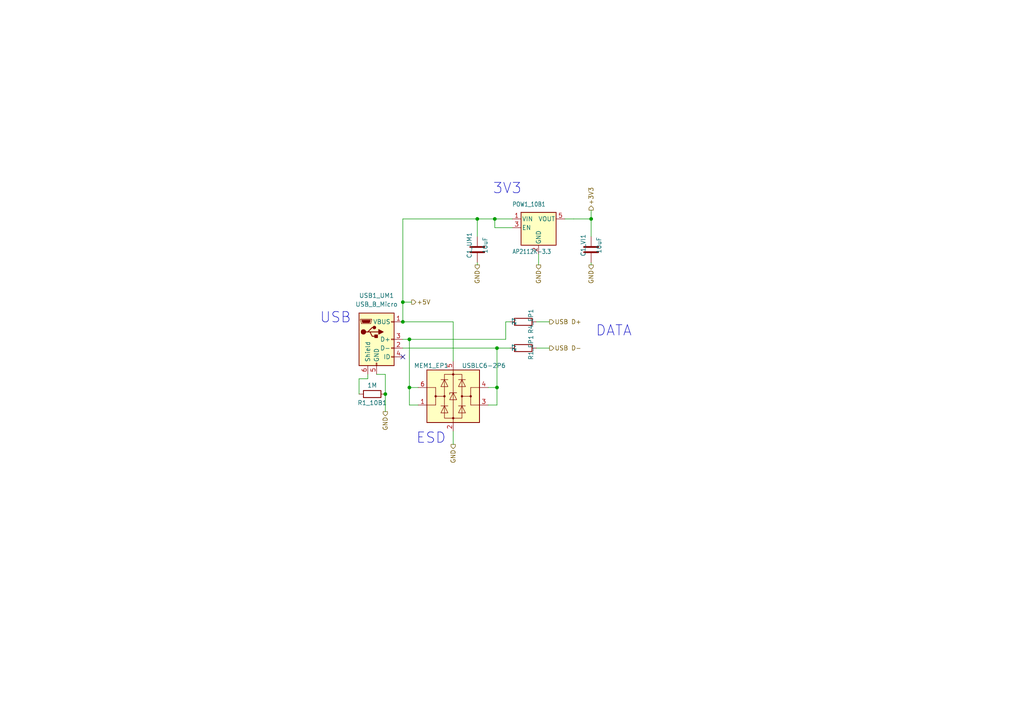
<source format=kicad_sch>
(kicad_sch (version 20230121) (generator eeschema)
  (paper "A4")
  (title_block (title "USB Micro B and 3V3 Power") (comment 1 "From https://github.com/gregdavill/advent-calendar-of-circuits-2020 (CERN-OHL-P-2.0)") (comment 2 "and https://github.com/sqfmi/beepy-hardware"))
  (lib_symbols
    (symbol "Connector:USB_B_Micro" (pin_names (offset 1.016))
      (property "Reference" "J" (at -5.08 11.43 0))
      (property "Value" "USB_B_Micro" (at -5.08 8.89 0))
      (symbol "USB_B_Micro_0_1"
        (rectangle (start -5.08 -7.62) (end 5.08 7.62) (stroke (width 0.254)) (fill (type background)))
        (circle (center -3.81 2.159) (radius 0.635) (stroke (width 0.254)) (fill (type outline)))
        (circle (center -0.635 3.429) (radius 0.381) (stroke (width 0.254)) (fill (type outline)))
        (rectangle (start -0.127 -7.62) (end 0.127 -6.858))
        (polyline (pts (xy -1.905 2.159) (xy 0.635 2.159)) (stroke (width 0.254)))
        (polyline (pts (xy -3.175 2.159) (xy -2.54 2.159) (xy -1.27 3.429) (xy -0.635 3.429)) (stroke (width 0.254)))
        (polyline (pts (xy -2.54 2.159) (xy -1.905 2.159) (xy -1.27 0.889) (xy 0 0.889)) (stroke (width 0.254)))
        (polyline (pts (xy 0.635 2.794) (xy 0.635 1.524) (xy 1.905 2.159) (xy 0.635 2.794)) (stroke (width 0.254)) (fill (type outline)))
        (polyline (pts (xy -4.318 5.588) (xy -1.778 5.588) (xy -2.032 4.826) (xy -4.064 4.826) (xy -4.318 5.588)) (fill (type outline)))
        (polyline (pts (xy -4.699 5.842) (xy -4.699 5.588) (xy -4.445 4.826) (xy -4.445 4.572) (xy -1.651 4.572) (xy -1.651 4.826) (xy -1.397 5.588) (xy -1.397 5.842) (xy -4.699 5.842)))
        (rectangle (start 0.254 1.27) (end -0.508 0.508) (stroke (width 0.254)) (fill (type outline)))
        (rectangle (start 5.08 -5.207) (end 4.318 -4.953))
        (rectangle (start 5.08 -2.667) (end 4.318 -2.413))
        (rectangle (start 5.08 -0.127) (end 4.318 0.127))
        (rectangle (start 5.08 4.953) (end 4.318 5.207))
      )
      (symbol "USB_B_Micro_1_1"
        (pin power_out line (at 7.62 5.08 180) (length 2.54) (name "VBUS") (number "1"))
        (pin bidirectional line (at 7.62 -2.54 180) (length 2.54) (name "D-") (number "2"))
        (pin bidirectional line (at 7.62 0 180) (length 2.54) (name "D+") (number "3"))
        (pin passive line (at 7.62 -5.08 180) (length 2.54) (name "ID") (number "4"))
        (pin power_out line (at 0 -10.16 90) (length 2.54) (name "GND") (number "5"))
        (pin passive line (at -2.54 -10.16 90) (length 2.54) (name "Shield") (number "6"))
      )
    )
    (symbol "Device:C" (pin_numbers hide) (pin_names (offset 0.254))
      (property "Reference" "C" (at 0.635 2.54 0))
      (property "Value" "C" (at 0.635 -2.54 0))
      (symbol "C_0_1"
        (polyline (pts (xy -2.032 -0.762) (xy 2.032 -0.762)) (stroke (width 0.508)))
        (polyline (pts (xy -2.032 0.762) (xy 2.032 0.762)) (stroke (width 0.508)))
      )
      (symbol "C_1_1"
        (pin passive line (at 0 3.81 270) (length 2.794) (name "~") (number "1"))
        (pin passive line (at 0 -3.81 90) (length 2.794) (name "~") (number "2"))
      )
    )
    (symbol "Device:R" (pin_numbers hide) (pin_names (offset 0))
      (property "Reference" "R" (at 2.032 0 90))
      (property "Value" "R" (at 0 0 90))
      (symbol "R_0_1"
        (rectangle (start -1.016 -2.54) (end 1.016 2.54) (stroke (width 0.254)))
      )
      (symbol "R_1_1"
        (pin passive line (at 0 3.81 270) (length 1.27) (name "~") (number "1"))
        (pin passive line (at 0 -3.81 90) (length 1.27) (name "~") (number "2"))
      )
    )
    (symbol "Power_Protection:USBLC6-2P6" (pin_names hide)
      (property "Reference" "U" (at 2.54 8.89 0))
      (property "Value" "USBLC6-2P6" (at 2.54 -8.89 0))
      (symbol "USBLC6-2P6_0_1"
        (rectangle (start -7.62 -7.62) (end 7.62 7.62) (stroke (width 0.254)) (fill (type background)))
        (circle (center -5.08 0) (radius 0.254) (fill (type outline)))
        (circle (center -2.54 0) (radius 0.254) (fill (type outline)))
        (rectangle (start -2.54 6.35) (end 2.54 -6.35))
        (circle (center 0 -6.35) (radius 0.254) (fill (type outline)))
        (polyline (pts (xy -5.08 -2.54) (xy -7.62 -2.54)))
        (polyline (pts (xy -5.08 0) (xy -5.08 -2.54)))
        (polyline (pts (xy -5.08 2.54) (xy -7.62 2.54)))
        (polyline (pts (xy -1.524 -2.794) (xy -3.556 -2.794)))
        (polyline (pts (xy -1.524 4.826) (xy -3.556 4.826)))
        (polyline (pts (xy 0 -7.62) (xy 0 -6.35)))
        (polyline (pts (xy 0 -6.35) (xy 0 1.27)))
        (polyline (pts (xy 0 1.27) (xy 0 6.35)))
        (polyline (pts (xy 0 6.35) (xy 0 7.62)))
        (polyline (pts (xy 1.524 -2.794) (xy 3.556 -2.794)))
        (polyline (pts (xy 1.524 4.826) (xy 3.556 4.826)))
        (polyline (pts (xy 5.08 -2.54) (xy 7.62 -2.54)))
        (polyline (pts (xy 5.08 0) (xy 5.08 -2.54)))
        (polyline (pts (xy 5.08 2.54) (xy 7.62 2.54)))
        (polyline (pts (xy -2.54 0) (xy -5.08 0) (xy -5.08 2.54)))
        (polyline (pts (xy 2.54 0) (xy 5.08 0) (xy 5.08 2.54)))
        (polyline (pts (xy -3.556 -4.826) (xy -1.524 -4.826) (xy -2.54 -2.794) (xy -3.556 -4.826)))
        (polyline (pts (xy -3.556 2.794) (xy -1.524 2.794) (xy -2.54 4.826) (xy -3.556 2.794)))
        (polyline (pts (xy -1.016 -1.016) (xy 1.016 -1.016) (xy 0 1.016) (xy -1.016 -1.016)))
        (polyline (pts (xy 1.016 1.016) (xy 0.762 1.016) (xy -1.016 1.016) (xy -1.016 0.508)))
        (polyline (pts (xy 3.556 -4.826) (xy 1.524 -4.826) (xy 2.54 -2.794) (xy 3.556 -4.826)))
        (polyline (pts (xy 3.556 2.794) (xy 1.524 2.794) (xy 2.54 4.826) (xy 3.556 2.794)))
        (circle (center 0 6.35) (radius 0.254) (fill (type outline)))
        (circle (center 2.54 0) (radius 0.254) (fill (type outline)))
        (circle (center 5.08 0) (radius 0.254) (fill (type outline)))
      )
      (symbol "USBLC6-2P6_1_1"
        (pin passive line (at -10.16 -2.54 0) (length 2.54) (name "I/O1") (number "1"))
        (pin passive line (at 0 -10.16 90) (length 2.54) (name "GND") (number "2"))
        (pin passive line (at 10.16 -2.54 180) (length 2.54) (name "I/O2") (number "3"))
        (pin passive line (at 10.16 2.54 180) (length 2.54) (name "I/O2") (number "4"))
        (pin passive line (at 0 10.16 270) (length 2.54) (name "VBUS") (number "5"))
        (pin passive line (at -10.16 2.54 0) (length 2.54) (name "I/O1") (number "6"))
      )
    )
    (symbol "Regulator_Linear:AP2112K-3.3" (pin_names (offset 0.254))
      (property "Reference" "U" (at -5.08 5.715 0))
      (property "Value" "AP2112K-3.3" (at 0 5.715 0))
      (symbol "AP2112K-3.3_0_1"
        (rectangle (start -5.08 4.445) (end 5.08 -5.08) (stroke (width 0.254)) (fill (type background)))
      )
      (symbol "AP2112K-3.3_1_1"
        (pin power_in line (at -7.62 2.54 0) (length 2.54) (name "VIN") (number "1"))
        (pin power_in line (at 0 -7.62 90) (length 2.54) (name "GND") (number "2"))
        (pin input line (at -7.62 0 0) (length 2.54) (name "EN") (number "3"))
        (pin no_connect line (at 5.08 0 180) (length 2.54) hide (name "NC") (number "4"))
        (pin power_out line (at 7.62 2.54 180) (length 2.54) (name "VOUT") (number "5"))
      )
    )
  )
  (junction (at 171.45 63.5))
  (junction (at 111.76 114.3))
  (junction (at 118.745 98.425))
  (junction (at 116.84 93.345))
  (junction (at 144.145 100.965))
  (junction (at 116.84 87.63))
  (junction (at 143.51 63.5))
  (junction (at 144.145 112.395))
  (junction (at 118.745 112.395))
  (junction (at 138.43 63.5))
  (no_connect (at 116.84 103.505))
  (wire (pts (xy 143.51 63.5) (xy 148.59 63.5)) (stroke (width 0.1524)))
  (wire (pts (xy 143.51 66.04) (xy 148.59 66.04)) (stroke (width 0.1524)))
  (wire (pts (xy 118.745 98.425) (xy 118.745 112.395)))
  (wire (pts (xy 141.605 112.395) (xy 144.145 112.395)))
  (wire (pts (xy 111.76 108.585) (xy 111.76 114.3)))
  (wire (pts (xy 144.145 100.965) (xy 144.145 112.395)))
  (wire (pts (xy 131.445 93.345) (xy 131.445 104.775)))
  (wire (pts (xy 156.21 73.66) (xy 156.21 76.835)) (stroke (width 0.1524)))
  (wire (pts (xy 116.84 98.425) (xy 118.745 98.425)))
  (wire (pts (xy 171.45 60.96) (xy 171.45 63.5)) (stroke (width 0.1524)))
  (wire (pts (xy 146.685 93.345) (xy 147.955 93.345)))
  (wire (pts (xy 163.83 63.5) (xy 166.37 63.5)))
  (wire (pts (xy 116.84 63.5) (xy 116.84 87.63)))
  (wire (pts (xy 144.145 100.965) (xy 147.955 100.965)))
  (wire (pts (xy 155.575 93.345) (xy 159.385 93.345)))
  (wire (pts (xy 143.51 63.5) (xy 143.51 66.04)) (stroke (width 0.1524)))
  (wire (pts (xy 144.145 112.395) (xy 144.145 117.475)))
  (wire (pts (xy 138.43 63.5) (xy 143.51 63.5)) (stroke (width 0.1524)))
  (wire (pts (xy 109.22 108.585) (xy 111.76 108.585)))
  (wire (pts (xy 121.285 117.475) (xy 118.745 117.475)))
  (wire (pts (xy 116.84 87.63) (xy 116.84 93.345)))
  (wire (pts (xy 119.38 87.63) (xy 116.84 87.63)))
  (wire (pts (xy 155.575 100.965) (xy 159.385 100.965)))
  (wire (pts (xy 118.745 112.395) (xy 118.745 117.475)))
  (wire (pts (xy 116.84 100.965) (xy 144.145 100.965)))
  (wire (pts (xy 166.37 63.5) (xy 171.45 63.5)) (stroke (width 0.1524)))
  (wire (pts (xy 121.285 112.395) (xy 118.745 112.395)))
  (wire (pts (xy 106.68 109.855) (xy 104.14 109.855)))
  (wire (pts (xy 104.14 109.855) (xy 104.14 114.3)))
  (wire (pts (xy 116.84 93.345) (xy 131.445 93.345)))
  (wire (pts (xy 111.76 114.3) (xy 111.76 119.38)))
  (wire (pts (xy 118.745 98.425) (xy 146.685 98.425)))
  (wire (pts (xy 131.445 125.095) (xy 131.445 128.905)))
  (wire (pts (xy 106.68 108.585) (xy 106.68 109.855)))
  (wire (pts (xy 138.43 76.2) (xy 138.43 76.835)) (stroke (width 0.1524)))
  (wire (pts (xy 171.45 63.5) (xy 171.45 68.58)) (stroke (width 0.1524)))
  (wire (pts (xy 146.685 98.425) (xy 146.685 93.345)))
  (wire (pts (xy 171.45 76.835) (xy 171.45 76.2)))
  (wire (pts (xy 141.605 117.475) (xy 144.145 117.475)))
  (wire (pts (xy 116.84 63.5) (xy 138.43 63.5)))
  (wire (pts (xy 138.43 68.58) (xy 138.43 63.5)) (stroke (width 0.1524)))
  (text "3V3" (at 142.875 56.515 0) (effects (font (size 3 3)) (justify left bottom)))
  (text "ESD" (at 120.65 128.905 0) (effects (font (size 3 3)) (justify left bottom)))
  (text "USB" (at 92.71 93.98 0) (effects (font (size 3 3)) (justify left bottom)))
  (text "DATA" (at 172.72 97.79 0) (effects (font (size 3 3)) (justify left bottom)))
  (hierarchical_label "GND" (shape output) (at 111.76 119.38 270))
  (hierarchical_label "+3V3" (shape output) (at 171.45 60.96 90))
  (hierarchical_label "GND" (shape output) (at 171.45 76.835 270))
  (hierarchical_label "GND" (shape output) (at 138.43 76.835 270))
  (hierarchical_label "GND" (shape output) (at 156.21 76.835 270))
  (hierarchical_label "USB D-" (shape output) (at 159.385 100.965 0))
  (hierarchical_label "GND" (shape output) (at 131.445 128.905 270))
  (hierarchical_label "+5V" (shape output) (at 119.38 87.63 0))
  (hierarchical_label "USB D+" (shape output) (at 159.385 93.345 0))
  (symbol (lib_id "Connector:USB_B_Micro") (at 109.22 98.425 0) (unit 1)
    (property "Reference" "USB1_UM1" (at 109.22 85.725 0))
    (property "Value" "USB_B_Micro" (at 109.22 88.265 0))
    (property "Footprint" "Connector_USB:USB_Micro-B_XKB_U254-051T-4BH83-F1S" (effects hide))
    (property "MFR" "U254-051T-4BH83-S1S" (effects hide))
    (property "LCSC" "C319160" (effects hide))
    (property "Note" "Minor swap, should have the same footprint" (effects hide))
  )
  (symbol (lib_id "Device:R") (at 107.95 114.3 270) (unit 1)
    (property "Reference" "R1_10B1" (at 107.95 116.84 90))
    (property "Value" "1M" (at 107.95 111.76 90))
    (property "Footprint" "Resistor_SMD:R_0402_1005Metric" (effects hide))
    (property "Source" "ANY" (effects hide))
    (property "MFR" "FRC0402J105 TS" (effects hide))
    (property "LCSC" "C2906900" (effects hide))
    (instances (project "Pico_FT232H_pair" (path "" (reference "R1_10B1") (unit 1))) (project "jtag-programmer" (path "" (reference "R1_10B1") (unit 1))) (project "kicad_deps" (path "" (reference "R1_UM1") (unit 1))))
  )
  (symbol (lib_id "Device:R") (at 151.765 93.345 270) (unit 1)
    (property "Reference" "R4_EP1" (at 153.2636 89.535 0) (effects (justify left bottom)))
    (property "Value" "27" (at 148.463 92.075 0) (effects (font (size 1.016 1.016) bold) (justify left bottom)))
    (property "Footprint" "Resistor_SMD:R_0402_1005Metric" (effects hide))
    (property "MFR" "0402WGF270JTCE" (effects hide))
    (property "LCSC" "C25100" (effects hide))
    (instances (project "RP2040Breakout" (path "" (reference "R4_EP1") (unit 1))) (project "Pico_FT232H_pair" (path "" (reference "R2_10B1") (unit 1))) (project "kicad_deps" (path "" (reference "R2_UM1") (unit 1))))
  )
  (symbol (lib_id "Device:C") (at 138.43 72.39 0) (unit 1)
    (property "Reference" "C1_UM1" (at 136.14 71.14 90))
    (property "Value" "10uF" (at 140.73 71.14 90))
    (property "Footprint" "Capacitor_SMD:C_0805_2012Metric" (effects hide))
    (property "MFR" "CL21A106KOQNNNE" (effects hide))
    (property "LCSC" "C1713" (effects hide))
    (instances (project "RP2040Breakout" (path "" (reference "C1_UM1") (unit 1))) (project "Pico_FT232H_pair" (path "" (reference "C1_VI1") (unit 1))) (project "kicad_deps" (path "" (reference "C1_UM1") (unit 1))))
  )
  (symbol (lib_id "Power_Protection:USBLC6-2P6") (at 131.445 114.935 0) (unit 1)
    (property "Reference" "MEM1_EP1" (at 125.095 106.045 0))
    (property "Value" "USBLC6-2P6" (at 140.335 106.045 0))
    (property "Footprint" "Package_TO_SOT_SMD:SOT-666" (effects hide))
    (property "Datasheet" "https://www.st.com/resource/en/datasheet/usblc6-2.pdf" (effects hide))
    (property "MFR" "USBLC6-2P6" (effects hide))
    (property "LCSC" "C2827693" (effects hide))
    (instances (project "Pico_FT232H_pair" (path "" (reference "MEM1_EP1") (unit 1))) (project "jtag-programmer" (path "" (reference "POW1_10B1") (unit 1))) (project "kicad_deps" (path "" (reference "ESD1_UM1") (unit 1))))
  )
  (symbol (lib_id "Device:R") (at 151.765 100.965 270) (unit 1)
    (property "Reference" "R1_EP1" (at 153.2636 97.155 0) (effects (justify left bottom)))
    (property "Value" "27" (at 148.463 99.695 0) (effects (font (size 1.016 1.016) bold) (justify left bottom)))
    (property "Footprint" "Resistor_SMD:R_0402_1005Metric" (effects hide))
    (property "MFR" "0402WGF270JTCE" (effects hide))
    (property "LCSC" "C25100" (effects hide))
    (instances (project "RP2040Breakout" (path "" (reference "R1_EP1") (unit 1))) (project "Pico_FT232H_pair" (path "" (reference "R1_85B1") (unit 1))) (project "kicad_deps" (path "" (reference "R3_UM1") (unit 1))))
  )
  (symbol (lib_id "Device:C") (at 171.45 72.39 0) (unit 1)
    (property "Reference" "C1_VI1" (at 169.16 71.14 90))
    (property "Value" "10uF" (at 173.75 71.14 90))
    (property "Footprint" "Capacitor_SMD:C_0805_2012Metric" (effects hide))
    (property "MFR" "CL21A106KOQNNNE" (effects hide))
    (property "LCSC" "C1713" (effects hide))
    (instances (project "RP2040Breakout" (path "" (reference "C1_VI1") (unit 1))) (project "Pico_FT232H_pair" (path "" (reference "C2_VI1") (unit 1))) (project "kicad_deps" (path "" (reference "C2_UM1") (unit 1))))
  )
  (symbol (lib_id "Regulator_Linear:AP2112K-3.3") (at 156.21 66.04 0) (unit 1)
    (property "Reference" "POW1_10B1" (at 148.59 59.944 0) (effects (font (size 1.27 1.0795)) (justify left bottom)))
    (property "Value" "AP2112K-3.3" (at 148.59 73.66 0) (effects (font (size 1.27 1.0795)) (justify left bottom)))
    (property "Footprint" "Package_TO_SOT_SMD:SOT-23-5" (effects hide))
    (property "Datasheet" "https://www.diodes.com/assets/Datasheets/AP2112.pdf" (effects hide))
    (property "MFR" "AP2112K-3.3TRG1" (effects hide))
    (property "LCSC" "C51118" (effects hide))
    (instances (project "RP2040Breakout" (path "" (reference "POW1_10B1") (unit 1))) (project "Pico_FT232H_pair" (path "" (reference "REG1_UM1") (unit 1))) (project "kicad_deps" (path "" (reference "REG1_UM1") (unit 1))))
  )
)
</source>
